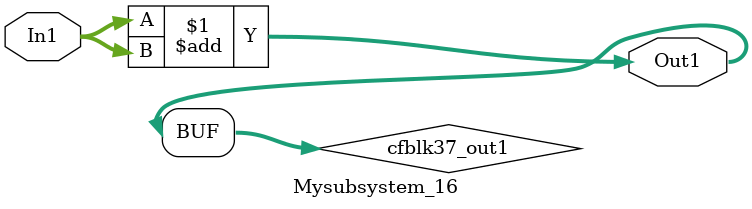
<source format=v>



`timescale 1 ns / 1 ns

module Mysubsystem_16
          (In1,
           Out1);


  input   [31:0] In1;  // ufix32_En22
  output  [31:0] Out1;  // ufix32_En22


  wire [31:0] cfblk37_out1;  // ufix32_En22


  assign cfblk37_out1 = In1 + In1;



  assign Out1 = cfblk37_out1;

endmodule  // Mysubsystem_16


</source>
